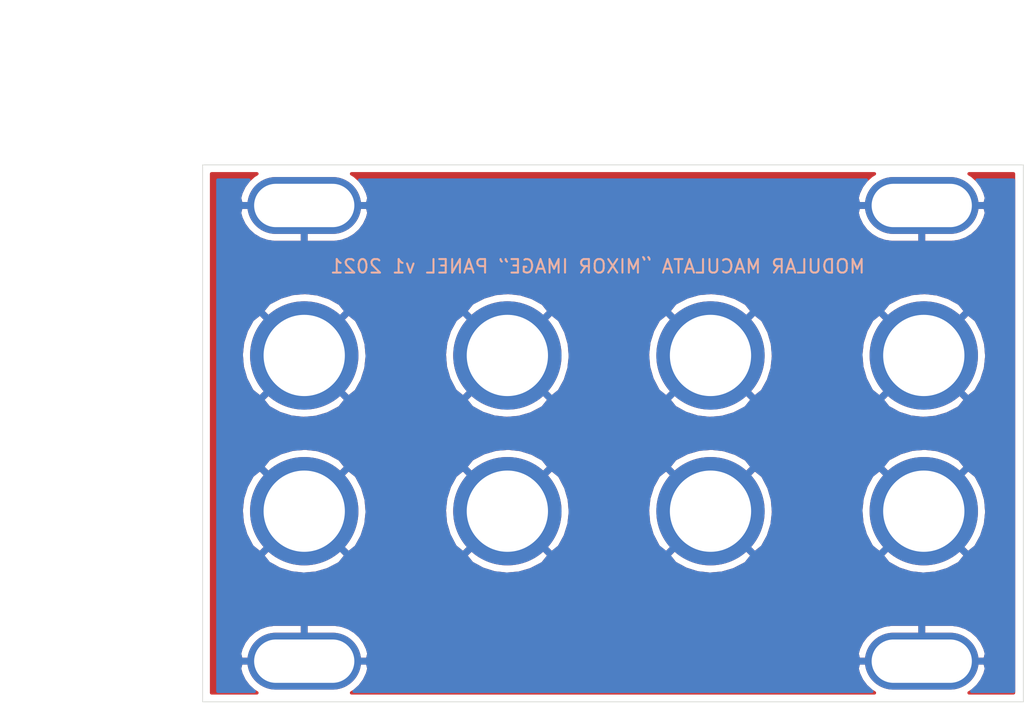
<source format=kicad_pcb>
(kicad_pcb (version 20171130) (host pcbnew "(5.1.2-1)-1")

  (general
    (thickness 1.6)
    (drawings 7)
    (tracks 0)
    (zones 0)
    (modules 12)
    (nets 2)
  )

  (page A4)
  (layers
    (0 F.Cu signal)
    (31 B.Cu signal)
    (32 B.Adhes user)
    (33 F.Adhes user)
    (34 B.Paste user)
    (35 F.Paste user)
    (36 B.SilkS user)
    (37 F.SilkS user)
    (38 B.Mask user)
    (39 F.Mask user)
    (40 Dwgs.User user)
    (41 Cmts.User user)
    (42 Eco1.User user)
    (43 Eco2.User user)
    (44 Edge.Cuts user)
    (45 Margin user)
    (46 B.CrtYd user)
    (47 F.CrtYd user)
    (48 B.Fab user hide)
    (49 F.Fab user hide)
  )

  (setup
    (last_trace_width 0.25)
    (trace_clearance 0.2)
    (zone_clearance 0.508)
    (zone_45_only no)
    (trace_min 0.2)
    (via_size 0.8)
    (via_drill 0.4)
    (via_min_size 0.4)
    (via_min_drill 0.3)
    (uvia_size 0.3)
    (uvia_drill 0.1)
    (uvias_allowed no)
    (uvia_min_size 0.2)
    (uvia_min_drill 0.1)
    (edge_width 0.05)
    (segment_width 0.2)
    (pcb_text_width 0.3)
    (pcb_text_size 1.5 1.5)
    (mod_edge_width 0.12)
    (mod_text_size 1 1)
    (mod_text_width 0.15)
    (pad_size 8 8)
    (pad_drill 6)
    (pad_to_mask_clearance 0.051)
    (solder_mask_min_width 0.25)
    (aux_axis_origin 0 0)
    (visible_elements FFFFFF7F)
    (pcbplotparams
      (layerselection 0x010f0_ffffffff)
      (usegerberextensions false)
      (usegerberattributes false)
      (usegerberadvancedattributes false)
      (creategerberjobfile false)
      (excludeedgelayer true)
      (linewidth 0.100000)
      (plotframeref false)
      (viasonmask false)
      (mode 1)
      (useauxorigin false)
      (hpglpennumber 1)
      (hpglpenspeed 20)
      (hpglpendiameter 15.000000)
      (psnegative false)
      (psa4output false)
      (plotreference true)
      (plotvalue true)
      (plotinvisibletext false)
      (padsonsilk false)
      (subtractmaskfromsilk false)
      (outputformat 1)
      (mirror false)
      (drillshape 0)
      (scaleselection 1)
      (outputdirectory "../Mixor-Image-Plain-Panel-GERBER/"))
  )

  (net 0 "")
  (net 1 GND)

  (net_class Default "This is the default net class."
    (clearance 0.2)
    (trace_width 0.25)
    (via_dia 0.8)
    (via_drill 0.4)
    (uvia_dia 0.3)
    (uvia_drill 0.1)
    (add_net GND)
  )

  (module MountingHole:MountingHole_6mm (layer F.Cu) (tedit 60CB0978) (tstamp 60CB79B5)
    (at 53.25 25.575)
    (descr "Mounting Hole 6mm, no annular")
    (tags "mounting hole 6mm no annular")
    (attr virtual)
    (fp_text reference REF** (at 0 -7) (layer F.SilkS) hide
      (effects (font (size 1 1) (thickness 0.15)))
    )
    (fp_text value MountingHole_6mm (at 0 7) (layer F.Fab) hide
      (effects (font (size 1 1) (thickness 0.15)))
    )
    (fp_circle (center 0 0) (end 6.25 0) (layer F.CrtYd) (width 0.05))
    (fp_circle (center 0 0) (end 6 0) (layer Cmts.User) (width 0.15))
    (fp_text user %R (at 0.3 0) (layer F.Fab) hide
      (effects (font (size 1 1) (thickness 0.15)))
    )
    (pad "" thru_hole circle (at 0 0) (size 8 8) (drill 6) (layers *.Cu *.Mask)
      (net 1 GND))
  )

  (module MountingHole:MountingHole_6mm (layer F.Cu) (tedit 60CB0974) (tstamp 60CB79B5)
    (at 37.5 25.575)
    (descr "Mounting Hole 6mm, no annular")
    (tags "mounting hole 6mm no annular")
    (attr virtual)
    (fp_text reference REF** (at 0 -7) (layer F.SilkS) hide
      (effects (font (size 1 1) (thickness 0.15)))
    )
    (fp_text value MountingHole_6mm (at 0 7) (layer F.Fab) hide
      (effects (font (size 1 1) (thickness 0.15)))
    )
    (fp_circle (center 0 0) (end 6.25 0) (layer F.CrtYd) (width 0.05))
    (fp_circle (center 0 0) (end 6 0) (layer Cmts.User) (width 0.15))
    (fp_text user %R (at 0.3 0) (layer F.Fab) hide
      (effects (font (size 1 1) (thickness 0.15)))
    )
    (pad "" thru_hole circle (at 0 0) (size 8 8) (drill 6) (layers *.Cu *.Mask)
      (net 1 GND))
  )

  (module MountingHole:MountingHole_6mm (layer F.Cu) (tedit 60CB0970) (tstamp 60CB7775)
    (at 22.5 25.575)
    (descr "Mounting Hole 6mm, no annular")
    (tags "mounting hole 6mm no annular")
    (attr virtual)
    (fp_text reference REF** (at 0 -7) (layer F.SilkS) hide
      (effects (font (size 1 1) (thickness 0.15)))
    )
    (fp_text value MountingHole_6mm (at 0 7) (layer F.Fab) hide
      (effects (font (size 1 1) (thickness 0.15)))
    )
    (fp_text user %R (at 0.3 0) (layer F.Fab) hide
      (effects (font (size 1 1) (thickness 0.15)))
    )
    (fp_circle (center 0 0) (end 6 0) (layer Cmts.User) (width 0.15))
    (fp_circle (center 0 0) (end 6.25 0) (layer F.CrtYd) (width 0.05))
    (pad "" thru_hole circle (at 0 0) (size 8 8) (drill 6) (layers *.Cu *.Mask)
      (net 1 GND))
  )

  (module MountingHole:MountingHole_6mm (layer F.Cu) (tedit 60CB096C) (tstamp 60CB7775)
    (at 7.5 25.575)
    (descr "Mounting Hole 6mm, no annular")
    (tags "mounting hole 6mm no annular")
    (attr virtual)
    (fp_text reference REF** (at 0 -7) (layer F.SilkS) hide
      (effects (font (size 1 1) (thickness 0.15)))
    )
    (fp_text value MountingHole_6mm (at 0 7) (layer F.Fab) hide
      (effects (font (size 1 1) (thickness 0.15)))
    )
    (fp_text user %R (at 0.3 0) (layer F.Fab) hide
      (effects (font (size 1 1) (thickness 0.15)))
    )
    (fp_circle (center 0 0) (end 6 0) (layer Cmts.User) (width 0.15))
    (fp_circle (center 0 0) (end 6.25 0) (layer F.CrtYd) (width 0.05))
    (pad "" thru_hole circle (at 0 0) (size 8 8) (drill 6) (layers *.Cu *.Mask)
      (net 1 GND))
  )

  (module MountingHole:MountingHole_6mm (layer F.Cu) (tedit 60CB0968) (tstamp 60CB7775)
    (at 53.25 14.075)
    (descr "Mounting Hole 6mm, no annular")
    (tags "mounting hole 6mm no annular")
    (attr virtual)
    (fp_text reference REF** (at 0 -7) (layer F.SilkS) hide
      (effects (font (size 1 1) (thickness 0.15)))
    )
    (fp_text value MountingHole_6mm (at 0 7) (layer F.Fab) hide
      (effects (font (size 1 1) (thickness 0.15)))
    )
    (fp_text user %R (at 0.3 0) (layer F.Fab) hide
      (effects (font (size 1 1) (thickness 0.15)))
    )
    (fp_circle (center 0 0) (end 6 0) (layer Cmts.User) (width 0.15))
    (fp_circle (center 0 0) (end 6.25 0) (layer F.CrtYd) (width 0.05))
    (pad "" thru_hole circle (at 0 0) (size 8 8) (drill 6) (layers *.Cu *.Mask)
      (net 1 GND))
  )

  (module MountingHole:MountingHole_6mm (layer F.Cu) (tedit 60CB0963) (tstamp 60CB7775)
    (at 37.5 14.075)
    (descr "Mounting Hole 6mm, no annular")
    (tags "mounting hole 6mm no annular")
    (attr virtual)
    (fp_text reference REF** (at 0 -7) (layer F.SilkS) hide
      (effects (font (size 1 1) (thickness 0.15)))
    )
    (fp_text value MountingHole_6mm (at 0 7) (layer F.Fab) hide
      (effects (font (size 1 1) (thickness 0.15)))
    )
    (fp_text user %R (at 0.3 0) (layer F.Fab) hide
      (effects (font (size 1 1) (thickness 0.15)))
    )
    (fp_circle (center 0 0) (end 6 0) (layer Cmts.User) (width 0.15))
    (fp_circle (center 0 0) (end 6.25 0) (layer F.CrtYd) (width 0.05))
    (pad "" thru_hole circle (at 0 0) (size 8 8) (drill 6) (layers *.Cu *.Mask)
      (net 1 GND))
  )

  (module MountingHole:MountingHole_6mm locked (layer F.Cu) (tedit 60CB0946) (tstamp 60CB7775)
    (at 22.5 14.075)
    (descr "Mounting Hole 6mm, no annular")
    (tags "mounting hole 6mm no annular")
    (attr virtual)
    (fp_text reference REF** (at 0 -7) (layer F.SilkS) hide
      (effects (font (size 1 1) (thickness 0.15)))
    )
    (fp_text value MountingHole_6mm (at 0 7) (layer F.Fab) hide
      (effects (font (size 1 1) (thickness 0.15)))
    )
    (fp_text user %R (at 0.3 0) (layer F.Fab) hide
      (effects (font (size 1 1) (thickness 0.15)))
    )
    (fp_circle (center 0 0) (end 6 0) (layer Cmts.User) (width 0.15))
    (fp_circle (center 0 0) (end 6.25 0) (layer F.CrtYd) (width 0.05))
    (pad "" thru_hole circle (at 0 0) (size 8 8) (drill 6) (layers *.Cu *.Mask)
      (net 1 GND))
  )

  (module MountingHole:MountingHole_6mm locked (layer F.Cu) (tedit 60CB081F) (tstamp 60CB7659)
    (at 7.5 14.075)
    (descr "Mounting Hole 6mm, no annular")
    (tags "mounting hole 6mm no annular")
    (attr virtual)
    (fp_text reference REF** (at 0 -7) (layer F.SilkS) hide
      (effects (font (size 1 1) (thickness 0.15)))
    )
    (fp_text value MountingHole_6mm (at 0 7) (layer F.Fab) hide
      (effects (font (size 1 1) (thickness 0.15)))
    )
    (fp_circle (center 0 0) (end 6.25 0) (layer F.CrtYd) (width 0.05))
    (fp_circle (center 0 0) (end 6 0) (layer Cmts.User) (width 0.15))
    (fp_text user %R (at 0.3 0) (layer F.Fab) hide
      (effects (font (size 1 1) (thickness 0.15)))
    )
    (pad "" thru_hole circle (at 0 0) (size 8 8) (drill 6) (layers *.Cu *.Mask)
      (net 1 GND))
  )

  (module MountingHole:MountingHole_3.2mm_M3 (layer F.Cu) (tedit 60CB06B0) (tstamp 60CB7438)
    (at 7.5 36.65)
    (descr "Mounting Hole 3.2mm, no annular, M3")
    (tags "mounting hole 3.2mm no annular m3")
    (attr virtual)
    (fp_text reference REF** (at 0 -4.2) (layer F.SilkS) hide
      (effects (font (size 1 1) (thickness 0.15)))
    )
    (fp_text value MountingHole_3.2mm_M3 (at 0 4.2) (layer F.Fab) hide
      (effects (font (size 1 1) (thickness 0.15)))
    )
    (fp_text user %R (at 0.3 0) (layer F.Fab) hide
      (effects (font (size 1 1) (thickness 0.15)))
    )
    (fp_circle (center 0 0) (end 3.2 0) (layer Cmts.User) (width 0.15))
    (fp_circle (center 0 0) (end 3.45 0) (layer F.CrtYd) (width 0.05))
    (pad "" thru_hole oval (at 0 0) (size 8.4 4.2) (drill oval 7.4 3.2) (layers *.Cu *.Mask)
      (net 1 GND))
  )

  (module MountingHole:MountingHole_3.2mm_M3 (layer F.Cu) (tedit 60CB06AB) (tstamp 60CB7438)
    (at 53.1 36.65)
    (descr "Mounting Hole 3.2mm, no annular, M3")
    (tags "mounting hole 3.2mm no annular m3")
    (attr virtual)
    (fp_text reference REF** (at 0 -4.2) (layer F.SilkS) hide
      (effects (font (size 1 1) (thickness 0.15)))
    )
    (fp_text value MountingHole_3.2mm_M3 (at 0 4.2) (layer F.Fab) hide
      (effects (font (size 1 1) (thickness 0.15)))
    )
    (fp_text user %R (at 0.3 0) (layer F.Fab) hide
      (effects (font (size 1 1) (thickness 0.15)))
    )
    (fp_circle (center 0 0) (end 3.2 0) (layer Cmts.User) (width 0.15))
    (fp_circle (center 0 0) (end 3.45 0) (layer F.CrtYd) (width 0.05))
    (pad "" thru_hole oval (at 0 0) (size 8.4 4.2) (drill oval 7.4 3.2) (layers *.Cu *.Mask)
      (net 1 GND))
  )

  (module MountingHole:MountingHole_3.2mm_M3 (layer F.Cu) (tedit 60CB06A5) (tstamp 60CB7438)
    (at 53.1 3)
    (descr "Mounting Hole 3.2mm, no annular, M3")
    (tags "mounting hole 3.2mm no annular m3")
    (attr virtual)
    (fp_text reference REF** (at 0 -4.2) (layer F.SilkS) hide
      (effects (font (size 1 1) (thickness 0.15)))
    )
    (fp_text value MountingHole_3.2mm_M3 (at 0 4.2) (layer F.Fab) hide
      (effects (font (size 1 1) (thickness 0.15)))
    )
    (fp_text user %R (at 0.3 0) (layer F.Fab) hide
      (effects (font (size 1 1) (thickness 0.15)))
    )
    (fp_circle (center 0 0) (end 3.2 0) (layer Cmts.User) (width 0.15))
    (fp_circle (center 0 0) (end 3.45 0) (layer F.CrtYd) (width 0.05))
    (pad "" thru_hole oval (at 0 0) (size 8.4 4.2) (drill oval 7.4 3.2) (layers *.Cu *.Mask)
      (net 1 GND))
  )

  (module MountingHole:MountingHole_3.2mm_M3 (layer F.Cu) (tedit 60CB067F) (tstamp 60CB73D4)
    (at 7.5 3)
    (descr "Mounting Hole 3.2mm, no annular, M3")
    (tags "mounting hole 3.2mm no annular m3")
    (attr virtual)
    (fp_text reference REF** (at 0 -4.2) (layer F.SilkS) hide
      (effects (font (size 1 1) (thickness 0.15)))
    )
    (fp_text value MountingHole_3.2mm_M3 (at 0 4.2) (layer F.Fab) hide
      (effects (font (size 1 1) (thickness 0.15)))
    )
    (fp_circle (center 0 0) (end 3.45 0) (layer F.CrtYd) (width 0.05))
    (fp_circle (center 0 0) (end 3.2 0) (layer Cmts.User) (width 0.15))
    (fp_text user %R (at 0.3 0) (layer F.Fab) hide
      (effects (font (size 1 1) (thickness 0.15)))
    )
    (pad "" thru_hole oval (at 0 0) (size 8.4 4.2) (drill oval 7.4 3.2) (layers *.Cu *.Mask)
      (net 1 GND))
  )

  (gr_text "MODULAR MACULATA “MIXOR IMAGE” PANEL v1 2021" (at 49 7.5) (layer B.SilkS)
    (effects (font (size 1 1) (thickness 0.15)) (justify left mirror))
  )
  (gr_line (start 60.6 0) (end 60.6 39.65) (layer Edge.Cuts) (width 0.05) (tstamp 60CB6430))
  (gr_line (start 0 0) (end 0 39.65) (layer Edge.Cuts) (width 0.05) (tstamp 60CB6439))
  (dimension 60.6 (width 0.15) (layer Dwgs.User) (tstamp 60CB6434)
    (gr_text "60.600 mm" (at 30.3 -11.475) (layer Dwgs.User) (tstamp 60CB6434)
      (effects (font (size 1 1) (thickness 0.15)))
    )
    (feature1 (pts (xy 60.6 0) (xy 60.6 -10.761421)))
    (feature2 (pts (xy 0 0) (xy 0 -10.761421)))
    (crossbar (pts (xy 0 -10.175) (xy 60.6 -10.175)))
    (arrow1a (pts (xy 60.6 -10.175) (xy 59.473496 -9.588579)))
    (arrow1b (pts (xy 60.6 -10.175) (xy 59.473496 -10.761421)))
    (arrow2a (pts (xy 0 -10.175) (xy 1.126504 -9.588579)))
    (arrow2b (pts (xy 0 -10.175) (xy 1.126504 -10.761421)))
  )
  (dimension 39.65 (width 0.15) (layer Dwgs.User) (tstamp 60CB6443)
    (gr_text "39.650 mm" (at -11.3 19.825 270) (layer Dwgs.User) (tstamp 60CB6443)
      (effects (font (size 1 1) (thickness 0.15)))
    )
    (feature1 (pts (xy 0 39.65) (xy -10.586421 39.65)))
    (feature2 (pts (xy 0 0) (xy -10.586421 0)))
    (crossbar (pts (xy -10 0) (xy -10 39.65)))
    (arrow1a (pts (xy -10 39.65) (xy -10.586421 38.523496)))
    (arrow1b (pts (xy -10 39.65) (xy -9.413579 38.523496)))
    (arrow2a (pts (xy -10 0) (xy -10.586421 1.126504)))
    (arrow2b (pts (xy -10 0) (xy -9.413579 1.126504)))
  )
  (gr_line (start 0 39.65) (end 60.6 39.65) (layer Edge.Cuts) (width 0.05) (tstamp 60CB643C))
  (gr_line (start 0 0) (end 60.6 0) (layer Edge.Cuts) (width 0.05) (tstamp 60CB643F))

  (zone (net 1) (net_name GND) (layer B.Cu) (tstamp 61137D78) (hatch edge 0.508)
    (connect_pads (clearance 0.508))
    (min_thickness 0.254)
    (fill yes (arc_segments 32) (thermal_gap 0.508) (thermal_bridge_width 0.508))
    (polygon
      (pts
        (xy 1 1) (xy 60 1) (xy 60 39) (xy 1 39)
      )
    )
    (filled_polygon
      (pts
        (xy 3.376261 1.155866) (xy 3.055374 1.586112) (xy 2.824589 2.070693) (xy 2.721453 2.447177) (xy 2.826882 2.873)
        (xy 7.373 2.873) (xy 7.373 2.853) (xy 7.627 2.853) (xy 7.627 2.873) (xy 12.173118 2.873)
        (xy 12.278547 2.447177) (xy 12.175411 2.070693) (xy 11.944626 1.586112) (xy 11.623739 1.155866) (xy 11.591718 1.127)
        (xy 49.008282 1.127) (xy 48.976261 1.155866) (xy 48.655374 1.586112) (xy 48.424589 2.070693) (xy 48.321453 2.447177)
        (xy 48.426882 2.873) (xy 52.973 2.873) (xy 52.973 2.853) (xy 53.227 2.853) (xy 53.227 2.873)
        (xy 57.773118 2.873) (xy 57.878547 2.447177) (xy 57.775411 2.070693) (xy 57.544626 1.586112) (xy 57.223739 1.155866)
        (xy 57.191718 1.127) (xy 59.873 1.127) (xy 59.873 38.873) (xy 56.792367 38.873) (xy 56.825081 38.853511)
        (xy 57.223739 38.494134) (xy 57.544626 38.063888) (xy 57.775411 37.579307) (xy 57.878547 37.202823) (xy 57.773118 36.777)
        (xy 53.227 36.777) (xy 53.227 36.797) (xy 52.973 36.797) (xy 52.973 36.777) (xy 48.426882 36.777)
        (xy 48.321453 37.202823) (xy 48.424589 37.579307) (xy 48.655374 38.063888) (xy 48.976261 38.494134) (xy 49.374919 38.853511)
        (xy 49.407633 38.873) (xy 11.192367 38.873) (xy 11.225081 38.853511) (xy 11.623739 38.494134) (xy 11.944626 38.063888)
        (xy 12.175411 37.579307) (xy 12.278547 37.202823) (xy 12.173118 36.777) (xy 7.627 36.777) (xy 7.627 36.797)
        (xy 7.373 36.797) (xy 7.373 36.777) (xy 2.826882 36.777) (xy 2.721453 37.202823) (xy 2.824589 37.579307)
        (xy 3.055374 38.063888) (xy 3.376261 38.494134) (xy 3.774919 38.853511) (xy 3.807633 38.873) (xy 1.127 38.873)
        (xy 1.127 36.097177) (xy 2.721453 36.097177) (xy 2.826882 36.523) (xy 7.373 36.523) (xy 7.373 33.915)
        (xy 7.627 33.915) (xy 7.627 36.523) (xy 12.173118 36.523) (xy 12.278547 36.097177) (xy 48.321453 36.097177)
        (xy 48.426882 36.523) (xy 52.973 36.523) (xy 52.973 33.915) (xy 53.227 33.915) (xy 53.227 36.523)
        (xy 57.773118 36.523) (xy 57.878547 36.097177) (xy 57.775411 35.720693) (xy 57.544626 35.236112) (xy 57.223739 34.805866)
        (xy 56.825081 34.446489) (xy 56.363972 34.171791) (xy 55.858132 33.992329) (xy 55.327 33.915) (xy 53.227 33.915)
        (xy 52.973 33.915) (xy 50.873 33.915) (xy 50.341868 33.992329) (xy 49.836028 34.171791) (xy 49.374919 34.446489)
        (xy 48.976261 34.805866) (xy 48.655374 35.236112) (xy 48.424589 35.720693) (xy 48.321453 36.097177) (xy 12.278547 36.097177)
        (xy 12.175411 35.720693) (xy 11.944626 35.236112) (xy 11.623739 34.805866) (xy 11.225081 34.446489) (xy 10.763972 34.171791)
        (xy 10.258132 33.992329) (xy 9.727 33.915) (xy 7.627 33.915) (xy 7.373 33.915) (xy 5.273 33.915)
        (xy 4.741868 33.992329) (xy 4.236028 34.171791) (xy 3.774919 34.446489) (xy 3.376261 34.805866) (xy 3.055374 35.236112)
        (xy 2.824589 35.720693) (xy 2.721453 36.097177) (xy 1.127 36.097177) (xy 1.127 28.84458) (xy 4.410025 28.84458)
        (xy 4.866197 29.416185) (xy 5.666183 29.856207) (xy 6.536641 30.131704) (xy 7.444121 30.232091) (xy 8.353748 30.153508)
        (xy 9.230566 29.898975) (xy 10.040879 29.478275) (xy 10.133803 29.416185) (xy 10.589975 28.84458) (xy 19.410025 28.84458)
        (xy 19.866197 29.416185) (xy 20.666183 29.856207) (xy 21.536641 30.131704) (xy 22.444121 30.232091) (xy 23.353748 30.153508)
        (xy 24.230566 29.898975) (xy 25.040879 29.478275) (xy 25.133803 29.416185) (xy 25.589975 28.84458) (xy 34.410025 28.84458)
        (xy 34.866197 29.416185) (xy 35.666183 29.856207) (xy 36.536641 30.131704) (xy 37.444121 30.232091) (xy 38.353748 30.153508)
        (xy 39.230566 29.898975) (xy 40.040879 29.478275) (xy 40.133803 29.416185) (xy 40.589975 28.84458) (xy 50.160025 28.84458)
        (xy 50.616197 29.416185) (xy 51.416183 29.856207) (xy 52.286641 30.131704) (xy 53.194121 30.232091) (xy 54.103748 30.153508)
        (xy 54.980566 29.898975) (xy 55.790879 29.478275) (xy 55.883803 29.416185) (xy 56.339975 28.84458) (xy 53.25 25.754605)
        (xy 50.160025 28.84458) (xy 40.589975 28.84458) (xy 37.5 25.754605) (xy 34.410025 28.84458) (xy 25.589975 28.84458)
        (xy 22.5 25.754605) (xy 19.410025 28.84458) (xy 10.589975 28.84458) (xy 7.5 25.754605) (xy 4.410025 28.84458)
        (xy 1.127 28.84458) (xy 1.127 25.519121) (xy 2.842909 25.519121) (xy 2.921492 26.428748) (xy 3.176025 27.305566)
        (xy 3.596725 28.115879) (xy 3.658815 28.208803) (xy 4.23042 28.664975) (xy 7.320395 25.575) (xy 7.679605 25.575)
        (xy 10.76958 28.664975) (xy 11.341185 28.208803) (xy 11.781207 27.408817) (xy 12.056704 26.538359) (xy 12.157091 25.630879)
        (xy 12.147437 25.519121) (xy 17.842909 25.519121) (xy 17.921492 26.428748) (xy 18.176025 27.305566) (xy 18.596725 28.115879)
        (xy 18.658815 28.208803) (xy 19.23042 28.664975) (xy 22.320395 25.575) (xy 22.679605 25.575) (xy 25.76958 28.664975)
        (xy 26.341185 28.208803) (xy 26.781207 27.408817) (xy 27.056704 26.538359) (xy 27.157091 25.630879) (xy 27.147437 25.519121)
        (xy 32.842909 25.519121) (xy 32.921492 26.428748) (xy 33.176025 27.305566) (xy 33.596725 28.115879) (xy 33.658815 28.208803)
        (xy 34.23042 28.664975) (xy 37.320395 25.575) (xy 37.679605 25.575) (xy 40.76958 28.664975) (xy 41.341185 28.208803)
        (xy 41.781207 27.408817) (xy 42.056704 26.538359) (xy 42.157091 25.630879) (xy 42.147437 25.519121) (xy 48.592909 25.519121)
        (xy 48.671492 26.428748) (xy 48.926025 27.305566) (xy 49.346725 28.115879) (xy 49.408815 28.208803) (xy 49.98042 28.664975)
        (xy 53.070395 25.575) (xy 53.429605 25.575) (xy 56.51958 28.664975) (xy 57.091185 28.208803) (xy 57.531207 27.408817)
        (xy 57.806704 26.538359) (xy 57.907091 25.630879) (xy 57.828508 24.721252) (xy 57.573975 23.844434) (xy 57.153275 23.034121)
        (xy 57.091185 22.941197) (xy 56.51958 22.485025) (xy 53.429605 25.575) (xy 53.070395 25.575) (xy 49.98042 22.485025)
        (xy 49.408815 22.941197) (xy 48.968793 23.741183) (xy 48.693296 24.611641) (xy 48.592909 25.519121) (xy 42.147437 25.519121)
        (xy 42.078508 24.721252) (xy 41.823975 23.844434) (xy 41.403275 23.034121) (xy 41.341185 22.941197) (xy 40.76958 22.485025)
        (xy 37.679605 25.575) (xy 37.320395 25.575) (xy 34.23042 22.485025) (xy 33.658815 22.941197) (xy 33.218793 23.741183)
        (xy 32.943296 24.611641) (xy 32.842909 25.519121) (xy 27.147437 25.519121) (xy 27.078508 24.721252) (xy 26.823975 23.844434)
        (xy 26.403275 23.034121) (xy 26.341185 22.941197) (xy 25.76958 22.485025) (xy 22.679605 25.575) (xy 22.320395 25.575)
        (xy 19.23042 22.485025) (xy 18.658815 22.941197) (xy 18.218793 23.741183) (xy 17.943296 24.611641) (xy 17.842909 25.519121)
        (xy 12.147437 25.519121) (xy 12.078508 24.721252) (xy 11.823975 23.844434) (xy 11.403275 23.034121) (xy 11.341185 22.941197)
        (xy 10.76958 22.485025) (xy 7.679605 25.575) (xy 7.320395 25.575) (xy 4.23042 22.485025) (xy 3.658815 22.941197)
        (xy 3.218793 23.741183) (xy 2.943296 24.611641) (xy 2.842909 25.519121) (xy 1.127 25.519121) (xy 1.127 22.30542)
        (xy 4.410025 22.30542) (xy 7.5 25.395395) (xy 10.589975 22.30542) (xy 19.410025 22.30542) (xy 22.5 25.395395)
        (xy 25.589975 22.30542) (xy 34.410025 22.30542) (xy 37.5 25.395395) (xy 40.589975 22.30542) (xy 50.160025 22.30542)
        (xy 53.25 25.395395) (xy 56.339975 22.30542) (xy 55.883803 21.733815) (xy 55.083817 21.293793) (xy 54.213359 21.018296)
        (xy 53.305879 20.917909) (xy 52.396252 20.996492) (xy 51.519434 21.251025) (xy 50.709121 21.671725) (xy 50.616197 21.733815)
        (xy 50.160025 22.30542) (xy 40.589975 22.30542) (xy 40.133803 21.733815) (xy 39.333817 21.293793) (xy 38.463359 21.018296)
        (xy 37.555879 20.917909) (xy 36.646252 20.996492) (xy 35.769434 21.251025) (xy 34.959121 21.671725) (xy 34.866197 21.733815)
        (xy 34.410025 22.30542) (xy 25.589975 22.30542) (xy 25.133803 21.733815) (xy 24.333817 21.293793) (xy 23.463359 21.018296)
        (xy 22.555879 20.917909) (xy 21.646252 20.996492) (xy 20.769434 21.251025) (xy 19.959121 21.671725) (xy 19.866197 21.733815)
        (xy 19.410025 22.30542) (xy 10.589975 22.30542) (xy 10.133803 21.733815) (xy 9.333817 21.293793) (xy 8.463359 21.018296)
        (xy 7.555879 20.917909) (xy 6.646252 20.996492) (xy 5.769434 21.251025) (xy 4.959121 21.671725) (xy 4.866197 21.733815)
        (xy 4.410025 22.30542) (xy 1.127 22.30542) (xy 1.127 17.34458) (xy 4.410025 17.34458) (xy 4.866197 17.916185)
        (xy 5.666183 18.356207) (xy 6.536641 18.631704) (xy 7.444121 18.732091) (xy 8.353748 18.653508) (xy 9.230566 18.398975)
        (xy 10.040879 17.978275) (xy 10.133803 17.916185) (xy 10.589975 17.34458) (xy 19.410025 17.34458) (xy 19.866197 17.916185)
        (xy 20.666183 18.356207) (xy 21.536641 18.631704) (xy 22.444121 18.732091) (xy 23.353748 18.653508) (xy 24.230566 18.398975)
        (xy 25.040879 17.978275) (xy 25.133803 17.916185) (xy 25.589975 17.34458) (xy 34.410025 17.34458) (xy 34.866197 17.916185)
        (xy 35.666183 18.356207) (xy 36.536641 18.631704) (xy 37.444121 18.732091) (xy 38.353748 18.653508) (xy 39.230566 18.398975)
        (xy 40.040879 17.978275) (xy 40.133803 17.916185) (xy 40.589975 17.34458) (xy 50.160025 17.34458) (xy 50.616197 17.916185)
        (xy 51.416183 18.356207) (xy 52.286641 18.631704) (xy 53.194121 18.732091) (xy 54.103748 18.653508) (xy 54.980566 18.398975)
        (xy 55.790879 17.978275) (xy 55.883803 17.916185) (xy 56.339975 17.34458) (xy 53.25 14.254605) (xy 50.160025 17.34458)
        (xy 40.589975 17.34458) (xy 37.5 14.254605) (xy 34.410025 17.34458) (xy 25.589975 17.34458) (xy 22.5 14.254605)
        (xy 19.410025 17.34458) (xy 10.589975 17.34458) (xy 7.5 14.254605) (xy 4.410025 17.34458) (xy 1.127 17.34458)
        (xy 1.127 14.019121) (xy 2.842909 14.019121) (xy 2.921492 14.928748) (xy 3.176025 15.805566) (xy 3.596725 16.615879)
        (xy 3.658815 16.708803) (xy 4.23042 17.164975) (xy 7.320395 14.075) (xy 7.679605 14.075) (xy 10.76958 17.164975)
        (xy 11.341185 16.708803) (xy 11.781207 15.908817) (xy 12.056704 15.038359) (xy 12.157091 14.130879) (xy 12.147437 14.019121)
        (xy 17.842909 14.019121) (xy 17.921492 14.928748) (xy 18.176025 15.805566) (xy 18.596725 16.615879) (xy 18.658815 16.708803)
        (xy 19.23042 17.164975) (xy 22.320395 14.075) (xy 22.679605 14.075) (xy 25.76958 17.164975) (xy 26.341185 16.708803)
        (xy 26.781207 15.908817) (xy 27.056704 15.038359) (xy 27.157091 14.130879) (xy 27.147437 14.019121) (xy 32.842909 14.019121)
        (xy 32.921492 14.928748) (xy 33.176025 15.805566) (xy 33.596725 16.615879) (xy 33.658815 16.708803) (xy 34.23042 17.164975)
        (xy 37.320395 14.075) (xy 37.679605 14.075) (xy 40.76958 17.164975) (xy 41.341185 16.708803) (xy 41.781207 15.908817)
        (xy 42.056704 15.038359) (xy 42.157091 14.130879) (xy 42.147437 14.019121) (xy 48.592909 14.019121) (xy 48.671492 14.928748)
        (xy 48.926025 15.805566) (xy 49.346725 16.615879) (xy 49.408815 16.708803) (xy 49.98042 17.164975) (xy 53.070395 14.075)
        (xy 53.429605 14.075) (xy 56.51958 17.164975) (xy 57.091185 16.708803) (xy 57.531207 15.908817) (xy 57.806704 15.038359)
        (xy 57.907091 14.130879) (xy 57.828508 13.221252) (xy 57.573975 12.344434) (xy 57.153275 11.534121) (xy 57.091185 11.441197)
        (xy 56.51958 10.985025) (xy 53.429605 14.075) (xy 53.070395 14.075) (xy 49.98042 10.985025) (xy 49.408815 11.441197)
        (xy 48.968793 12.241183) (xy 48.693296 13.111641) (xy 48.592909 14.019121) (xy 42.147437 14.019121) (xy 42.078508 13.221252)
        (xy 41.823975 12.344434) (xy 41.403275 11.534121) (xy 41.341185 11.441197) (xy 40.76958 10.985025) (xy 37.679605 14.075)
        (xy 37.320395 14.075) (xy 34.23042 10.985025) (xy 33.658815 11.441197) (xy 33.218793 12.241183) (xy 32.943296 13.111641)
        (xy 32.842909 14.019121) (xy 27.147437 14.019121) (xy 27.078508 13.221252) (xy 26.823975 12.344434) (xy 26.403275 11.534121)
        (xy 26.341185 11.441197) (xy 25.76958 10.985025) (xy 22.679605 14.075) (xy 22.320395 14.075) (xy 19.23042 10.985025)
        (xy 18.658815 11.441197) (xy 18.218793 12.241183) (xy 17.943296 13.111641) (xy 17.842909 14.019121) (xy 12.147437 14.019121)
        (xy 12.078508 13.221252) (xy 11.823975 12.344434) (xy 11.403275 11.534121) (xy 11.341185 11.441197) (xy 10.76958 10.985025)
        (xy 7.679605 14.075) (xy 7.320395 14.075) (xy 4.23042 10.985025) (xy 3.658815 11.441197) (xy 3.218793 12.241183)
        (xy 2.943296 13.111641) (xy 2.842909 14.019121) (xy 1.127 14.019121) (xy 1.127 10.80542) (xy 4.410025 10.80542)
        (xy 7.5 13.895395) (xy 10.589975 10.80542) (xy 19.410025 10.80542) (xy 22.5 13.895395) (xy 25.589975 10.80542)
        (xy 34.410025 10.80542) (xy 37.5 13.895395) (xy 40.589975 10.80542) (xy 50.160025 10.80542) (xy 53.25 13.895395)
        (xy 56.339975 10.80542) (xy 55.883803 10.233815) (xy 55.083817 9.793793) (xy 54.213359 9.518296) (xy 53.305879 9.417909)
        (xy 52.396252 9.496492) (xy 51.519434 9.751025) (xy 50.709121 10.171725) (xy 50.616197 10.233815) (xy 50.160025 10.80542)
        (xy 40.589975 10.80542) (xy 40.133803 10.233815) (xy 39.333817 9.793793) (xy 38.463359 9.518296) (xy 37.555879 9.417909)
        (xy 36.646252 9.496492) (xy 35.769434 9.751025) (xy 34.959121 10.171725) (xy 34.866197 10.233815) (xy 34.410025 10.80542)
        (xy 25.589975 10.80542) (xy 25.133803 10.233815) (xy 24.333817 9.793793) (xy 23.463359 9.518296) (xy 22.555879 9.417909)
        (xy 21.646252 9.496492) (xy 20.769434 9.751025) (xy 19.959121 10.171725) (xy 19.866197 10.233815) (xy 19.410025 10.80542)
        (xy 10.589975 10.80542) (xy 10.133803 10.233815) (xy 9.333817 9.793793) (xy 8.463359 9.518296) (xy 7.555879 9.417909)
        (xy 6.646252 9.496492) (xy 5.769434 9.751025) (xy 4.959121 10.171725) (xy 4.866197 10.233815) (xy 4.410025 10.80542)
        (xy 1.127 10.80542) (xy 1.127 3.552823) (xy 2.721453 3.552823) (xy 2.824589 3.929307) (xy 3.055374 4.413888)
        (xy 3.376261 4.844134) (xy 3.774919 5.203511) (xy 4.236028 5.478209) (xy 4.741868 5.657671) (xy 5.273 5.735)
        (xy 7.373 5.735) (xy 7.373 3.127) (xy 7.627 3.127) (xy 7.627 5.735) (xy 9.727 5.735)
        (xy 10.258132 5.657671) (xy 10.763972 5.478209) (xy 11.225081 5.203511) (xy 11.623739 4.844134) (xy 11.944626 4.413888)
        (xy 12.175411 3.929307) (xy 12.278547 3.552823) (xy 48.321453 3.552823) (xy 48.424589 3.929307) (xy 48.655374 4.413888)
        (xy 48.976261 4.844134) (xy 49.374919 5.203511) (xy 49.836028 5.478209) (xy 50.341868 5.657671) (xy 50.873 5.735)
        (xy 52.973 5.735) (xy 52.973 3.127) (xy 53.227 3.127) (xy 53.227 5.735) (xy 55.327 5.735)
        (xy 55.858132 5.657671) (xy 56.363972 5.478209) (xy 56.825081 5.203511) (xy 57.223739 4.844134) (xy 57.544626 4.413888)
        (xy 57.775411 3.929307) (xy 57.878547 3.552823) (xy 57.773118 3.127) (xy 53.227 3.127) (xy 52.973 3.127)
        (xy 48.426882 3.127) (xy 48.321453 3.552823) (xy 12.278547 3.552823) (xy 12.173118 3.127) (xy 7.627 3.127)
        (xy 7.373 3.127) (xy 2.826882 3.127) (xy 2.721453 3.552823) (xy 1.127 3.552823) (xy 1.127 1.127)
        (xy 3.408282 1.127)
      )
    )
  )
  (zone (net 1) (net_name GND) (layer F.Cu) (tstamp 61137D75) (hatch edge 0.508)
    (connect_pads (clearance 0.508))
    (min_thickness 0.254)
    (fill yes (arc_segments 32) (thermal_gap 0.508) (thermal_bridge_width 0.508))
    (polygon
      (pts
        (xy 0.5 0.5) (xy 60 0.5) (xy 60 39.25) (xy 0.5 39.25)
      )
    )
    (filled_polygon
      (pts
        (xy 3.774919 0.796489) (xy 3.376261 1.155866) (xy 3.055374 1.586112) (xy 2.824589 2.070693) (xy 2.721453 2.447177)
        (xy 2.826882 2.873) (xy 7.373 2.873) (xy 7.373 2.853) (xy 7.627 2.853) (xy 7.627 2.873)
        (xy 12.173118 2.873) (xy 12.278547 2.447177) (xy 12.175411 2.070693) (xy 11.944626 1.586112) (xy 11.623739 1.155866)
        (xy 11.225081 0.796489) (xy 10.99597 0.66) (xy 49.60403 0.66) (xy 49.374919 0.796489) (xy 48.976261 1.155866)
        (xy 48.655374 1.586112) (xy 48.424589 2.070693) (xy 48.321453 2.447177) (xy 48.426882 2.873) (xy 52.973 2.873)
        (xy 52.973 2.853) (xy 53.227 2.853) (xy 53.227 2.873) (xy 57.773118 2.873) (xy 57.878547 2.447177)
        (xy 57.775411 2.070693) (xy 57.544626 1.586112) (xy 57.223739 1.155866) (xy 56.825081 0.796489) (xy 56.59597 0.66)
        (xy 59.873 0.66) (xy 59.873 38.99) (xy 56.59597 38.99) (xy 56.825081 38.853511) (xy 57.223739 38.494134)
        (xy 57.544626 38.063888) (xy 57.775411 37.579307) (xy 57.878547 37.202823) (xy 57.773118 36.777) (xy 53.227 36.777)
        (xy 53.227 36.797) (xy 52.973 36.797) (xy 52.973 36.777) (xy 48.426882 36.777) (xy 48.321453 37.202823)
        (xy 48.424589 37.579307) (xy 48.655374 38.063888) (xy 48.976261 38.494134) (xy 49.374919 38.853511) (xy 49.60403 38.99)
        (xy 10.99597 38.99) (xy 11.225081 38.853511) (xy 11.623739 38.494134) (xy 11.944626 38.063888) (xy 12.175411 37.579307)
        (xy 12.278547 37.202823) (xy 12.173118 36.777) (xy 7.627 36.777) (xy 7.627 36.797) (xy 7.373 36.797)
        (xy 7.373 36.777) (xy 2.826882 36.777) (xy 2.721453 37.202823) (xy 2.824589 37.579307) (xy 3.055374 38.063888)
        (xy 3.376261 38.494134) (xy 3.774919 38.853511) (xy 4.00403 38.99) (xy 0.66 38.99) (xy 0.66 36.097177)
        (xy 2.721453 36.097177) (xy 2.826882 36.523) (xy 7.373 36.523) (xy 7.373 33.915) (xy 7.627 33.915)
        (xy 7.627 36.523) (xy 12.173118 36.523) (xy 12.278547 36.097177) (xy 48.321453 36.097177) (xy 48.426882 36.523)
        (xy 52.973 36.523) (xy 52.973 33.915) (xy 53.227 33.915) (xy 53.227 36.523) (xy 57.773118 36.523)
        (xy 57.878547 36.097177) (xy 57.775411 35.720693) (xy 57.544626 35.236112) (xy 57.223739 34.805866) (xy 56.825081 34.446489)
        (xy 56.363972 34.171791) (xy 55.858132 33.992329) (xy 55.327 33.915) (xy 53.227 33.915) (xy 52.973 33.915)
        (xy 50.873 33.915) (xy 50.341868 33.992329) (xy 49.836028 34.171791) (xy 49.374919 34.446489) (xy 48.976261 34.805866)
        (xy 48.655374 35.236112) (xy 48.424589 35.720693) (xy 48.321453 36.097177) (xy 12.278547 36.097177) (xy 12.175411 35.720693)
        (xy 11.944626 35.236112) (xy 11.623739 34.805866) (xy 11.225081 34.446489) (xy 10.763972 34.171791) (xy 10.258132 33.992329)
        (xy 9.727 33.915) (xy 7.627 33.915) (xy 7.373 33.915) (xy 5.273 33.915) (xy 4.741868 33.992329)
        (xy 4.236028 34.171791) (xy 3.774919 34.446489) (xy 3.376261 34.805866) (xy 3.055374 35.236112) (xy 2.824589 35.720693)
        (xy 2.721453 36.097177) (xy 0.66 36.097177) (xy 0.66 28.84458) (xy 4.410025 28.84458) (xy 4.866197 29.416185)
        (xy 5.666183 29.856207) (xy 6.536641 30.131704) (xy 7.444121 30.232091) (xy 8.353748 30.153508) (xy 9.230566 29.898975)
        (xy 10.040879 29.478275) (xy 10.133803 29.416185) (xy 10.589975 28.84458) (xy 19.410025 28.84458) (xy 19.866197 29.416185)
        (xy 20.666183 29.856207) (xy 21.536641 30.131704) (xy 22.444121 30.232091) (xy 23.353748 30.153508) (xy 24.230566 29.898975)
        (xy 25.040879 29.478275) (xy 25.133803 29.416185) (xy 25.589975 28.84458) (xy 34.410025 28.84458) (xy 34.866197 29.416185)
        (xy 35.666183 29.856207) (xy 36.536641 30.131704) (xy 37.444121 30.232091) (xy 38.353748 30.153508) (xy 39.230566 29.898975)
        (xy 40.040879 29.478275) (xy 40.133803 29.416185) (xy 40.589975 28.84458) (xy 50.160025 28.84458) (xy 50.616197 29.416185)
        (xy 51.416183 29.856207) (xy 52.286641 30.131704) (xy 53.194121 30.232091) (xy 54.103748 30.153508) (xy 54.980566 29.898975)
        (xy 55.790879 29.478275) (xy 55.883803 29.416185) (xy 56.339975 28.84458) (xy 53.25 25.754605) (xy 50.160025 28.84458)
        (xy 40.589975 28.84458) (xy 37.5 25.754605) (xy 34.410025 28.84458) (xy 25.589975 28.84458) (xy 22.5 25.754605)
        (xy 19.410025 28.84458) (xy 10.589975 28.84458) (xy 7.5 25.754605) (xy 4.410025 28.84458) (xy 0.66 28.84458)
        (xy 0.66 25.519121) (xy 2.842909 25.519121) (xy 2.921492 26.428748) (xy 3.176025 27.305566) (xy 3.596725 28.115879)
        (xy 3.658815 28.208803) (xy 4.23042 28.664975) (xy 7.320395 25.575) (xy 7.679605 25.575) (xy 10.76958 28.664975)
        (xy 11.341185 28.208803) (xy 11.781207 27.408817) (xy 12.056704 26.538359) (xy 12.157091 25.630879) (xy 12.147437 25.519121)
        (xy 17.842909 25.519121) (xy 17.921492 26.428748) (xy 18.176025 27.305566) (xy 18.596725 28.115879) (xy 18.658815 28.208803)
        (xy 19.23042 28.664975) (xy 22.320395 25.575) (xy 22.679605 25.575) (xy 25.76958 28.664975) (xy 26.341185 28.208803)
        (xy 26.781207 27.408817) (xy 27.056704 26.538359) (xy 27.157091 25.630879) (xy 27.147437 25.519121) (xy 32.842909 25.519121)
        (xy 32.921492 26.428748) (xy 33.176025 27.305566) (xy 33.596725 28.115879) (xy 33.658815 28.208803) (xy 34.23042 28.664975)
        (xy 37.320395 25.575) (xy 37.679605 25.575) (xy 40.76958 28.664975) (xy 41.341185 28.208803) (xy 41.781207 27.408817)
        (xy 42.056704 26.538359) (xy 42.157091 25.630879) (xy 42.147437 25.519121) (xy 48.592909 25.519121) (xy 48.671492 26.428748)
        (xy 48.926025 27.305566) (xy 49.346725 28.115879) (xy 49.408815 28.208803) (xy 49.98042 28.664975) (xy 53.070395 25.575)
        (xy 53.429605 25.575) (xy 56.51958 28.664975) (xy 57.091185 28.208803) (xy 57.531207 27.408817) (xy 57.806704 26.538359)
        (xy 57.907091 25.630879) (xy 57.828508 24.721252) (xy 57.573975 23.844434) (xy 57.153275 23.034121) (xy 57.091185 22.941197)
        (xy 56.51958 22.485025) (xy 53.429605 25.575) (xy 53.070395 25.575) (xy 49.98042 22.485025) (xy 49.408815 22.941197)
        (xy 48.968793 23.741183) (xy 48.693296 24.611641) (xy 48.592909 25.519121) (xy 42.147437 25.519121) (xy 42.078508 24.721252)
        (xy 41.823975 23.844434) (xy 41.403275 23.034121) (xy 41.341185 22.941197) (xy 40.76958 22.485025) (xy 37.679605 25.575)
        (xy 37.320395 25.575) (xy 34.23042 22.485025) (xy 33.658815 22.941197) (xy 33.218793 23.741183) (xy 32.943296 24.611641)
        (xy 32.842909 25.519121) (xy 27.147437 25.519121) (xy 27.078508 24.721252) (xy 26.823975 23.844434) (xy 26.403275 23.034121)
        (xy 26.341185 22.941197) (xy 25.76958 22.485025) (xy 22.679605 25.575) (xy 22.320395 25.575) (xy 19.23042 22.485025)
        (xy 18.658815 22.941197) (xy 18.218793 23.741183) (xy 17.943296 24.611641) (xy 17.842909 25.519121) (xy 12.147437 25.519121)
        (xy 12.078508 24.721252) (xy 11.823975 23.844434) (xy 11.403275 23.034121) (xy 11.341185 22.941197) (xy 10.76958 22.485025)
        (xy 7.679605 25.575) (xy 7.320395 25.575) (xy 4.23042 22.485025) (xy 3.658815 22.941197) (xy 3.218793 23.741183)
        (xy 2.943296 24.611641) (xy 2.842909 25.519121) (xy 0.66 25.519121) (xy 0.66 22.30542) (xy 4.410025 22.30542)
        (xy 7.5 25.395395) (xy 10.589975 22.30542) (xy 19.410025 22.30542) (xy 22.5 25.395395) (xy 25.589975 22.30542)
        (xy 34.410025 22.30542) (xy 37.5 25.395395) (xy 40.589975 22.30542) (xy 50.160025 22.30542) (xy 53.25 25.395395)
        (xy 56.339975 22.30542) (xy 55.883803 21.733815) (xy 55.083817 21.293793) (xy 54.213359 21.018296) (xy 53.305879 20.917909)
        (xy 52.396252 20.996492) (xy 51.519434 21.251025) (xy 50.709121 21.671725) (xy 50.616197 21.733815) (xy 50.160025 22.30542)
        (xy 40.589975 22.30542) (xy 40.133803 21.733815) (xy 39.333817 21.293793) (xy 38.463359 21.018296) (xy 37.555879 20.917909)
        (xy 36.646252 20.996492) (xy 35.769434 21.251025) (xy 34.959121 21.671725) (xy 34.866197 21.733815) (xy 34.410025 22.30542)
        (xy 25.589975 22.30542) (xy 25.133803 21.733815) (xy 24.333817 21.293793) (xy 23.463359 21.018296) (xy 22.555879 20.917909)
        (xy 21.646252 20.996492) (xy 20.769434 21.251025) (xy 19.959121 21.671725) (xy 19.866197 21.733815) (xy 19.410025 22.30542)
        (xy 10.589975 22.30542) (xy 10.133803 21.733815) (xy 9.333817 21.293793) (xy 8.463359 21.018296) (xy 7.555879 20.917909)
        (xy 6.646252 20.996492) (xy 5.769434 21.251025) (xy 4.959121 21.671725) (xy 4.866197 21.733815) (xy 4.410025 22.30542)
        (xy 0.66 22.30542) (xy 0.66 17.34458) (xy 4.410025 17.34458) (xy 4.866197 17.916185) (xy 5.666183 18.356207)
        (xy 6.536641 18.631704) (xy 7.444121 18.732091) (xy 8.353748 18.653508) (xy 9.230566 18.398975) (xy 10.040879 17.978275)
        (xy 10.133803 17.916185) (xy 10.589975 17.34458) (xy 19.410025 17.34458) (xy 19.866197 17.916185) (xy 20.666183 18.356207)
        (xy 21.536641 18.631704) (xy 22.444121 18.732091) (xy 23.353748 18.653508) (xy 24.230566 18.398975) (xy 25.040879 17.978275)
        (xy 25.133803 17.916185) (xy 25.589975 17.34458) (xy 34.410025 17.34458) (xy 34.866197 17.916185) (xy 35.666183 18.356207)
        (xy 36.536641 18.631704) (xy 37.444121 18.732091) (xy 38.353748 18.653508) (xy 39.230566 18.398975) (xy 40.040879 17.978275)
        (xy 40.133803 17.916185) (xy 40.589975 17.34458) (xy 50.160025 17.34458) (xy 50.616197 17.916185) (xy 51.416183 18.356207)
        (xy 52.286641 18.631704) (xy 53.194121 18.732091) (xy 54.103748 18.653508) (xy 54.980566 18.398975) (xy 55.790879 17.978275)
        (xy 55.883803 17.916185) (xy 56.339975 17.34458) (xy 53.25 14.254605) (xy 50.160025 17.34458) (xy 40.589975 17.34458)
        (xy 37.5 14.254605) (xy 34.410025 17.34458) (xy 25.589975 17.34458) (xy 22.5 14.254605) (xy 19.410025 17.34458)
        (xy 10.589975 17.34458) (xy 7.5 14.254605) (xy 4.410025 17.34458) (xy 0.66 17.34458) (xy 0.66 14.019121)
        (xy 2.842909 14.019121) (xy 2.921492 14.928748) (xy 3.176025 15.805566) (xy 3.596725 16.615879) (xy 3.658815 16.708803)
        (xy 4.23042 17.164975) (xy 7.320395 14.075) (xy 7.679605 14.075) (xy 10.76958 17.164975) (xy 11.341185 16.708803)
        (xy 11.781207 15.908817) (xy 12.056704 15.038359) (xy 12.157091 14.130879) (xy 12.147437 14.019121) (xy 17.842909 14.019121)
        (xy 17.921492 14.928748) (xy 18.176025 15.805566) (xy 18.596725 16.615879) (xy 18.658815 16.708803) (xy 19.23042 17.164975)
        (xy 22.320395 14.075) (xy 22.679605 14.075) (xy 25.76958 17.164975) (xy 26.341185 16.708803) (xy 26.781207 15.908817)
        (xy 27.056704 15.038359) (xy 27.157091 14.130879) (xy 27.147437 14.019121) (xy 32.842909 14.019121) (xy 32.921492 14.928748)
        (xy 33.176025 15.805566) (xy 33.596725 16.615879) (xy 33.658815 16.708803) (xy 34.23042 17.164975) (xy 37.320395 14.075)
        (xy 37.679605 14.075) (xy 40.76958 17.164975) (xy 41.341185 16.708803) (xy 41.781207 15.908817) (xy 42.056704 15.038359)
        (xy 42.157091 14.130879) (xy 42.147437 14.019121) (xy 48.592909 14.019121) (xy 48.671492 14.928748) (xy 48.926025 15.805566)
        (xy 49.346725 16.615879) (xy 49.408815 16.708803) (xy 49.98042 17.164975) (xy 53.070395 14.075) (xy 53.429605 14.075)
        (xy 56.51958 17.164975) (xy 57.091185 16.708803) (xy 57.531207 15.908817) (xy 57.806704 15.038359) (xy 57.907091 14.130879)
        (xy 57.828508 13.221252) (xy 57.573975 12.344434) (xy 57.153275 11.534121) (xy 57.091185 11.441197) (xy 56.51958 10.985025)
        (xy 53.429605 14.075) (xy 53.070395 14.075) (xy 49.98042 10.985025) (xy 49.408815 11.441197) (xy 48.968793 12.241183)
        (xy 48.693296 13.111641) (xy 48.592909 14.019121) (xy 42.147437 14.019121) (xy 42.078508 13.221252) (xy 41.823975 12.344434)
        (xy 41.403275 11.534121) (xy 41.341185 11.441197) (xy 40.76958 10.985025) (xy 37.679605 14.075) (xy 37.320395 14.075)
        (xy 34.23042 10.985025) (xy 33.658815 11.441197) (xy 33.218793 12.241183) (xy 32.943296 13.111641) (xy 32.842909 14.019121)
        (xy 27.147437 14.019121) (xy 27.078508 13.221252) (xy 26.823975 12.344434) (xy 26.403275 11.534121) (xy 26.341185 11.441197)
        (xy 25.76958 10.985025) (xy 22.679605 14.075) (xy 22.320395 14.075) (xy 19.23042 10.985025) (xy 18.658815 11.441197)
        (xy 18.218793 12.241183) (xy 17.943296 13.111641) (xy 17.842909 14.019121) (xy 12.147437 14.019121) (xy 12.078508 13.221252)
        (xy 11.823975 12.344434) (xy 11.403275 11.534121) (xy 11.341185 11.441197) (xy 10.76958 10.985025) (xy 7.679605 14.075)
        (xy 7.320395 14.075) (xy 4.23042 10.985025) (xy 3.658815 11.441197) (xy 3.218793 12.241183) (xy 2.943296 13.111641)
        (xy 2.842909 14.019121) (xy 0.66 14.019121) (xy 0.66 10.80542) (xy 4.410025 10.80542) (xy 7.5 13.895395)
        (xy 10.589975 10.80542) (xy 19.410025 10.80542) (xy 22.5 13.895395) (xy 25.589975 10.80542) (xy 34.410025 10.80542)
        (xy 37.5 13.895395) (xy 40.589975 10.80542) (xy 50.160025 10.80542) (xy 53.25 13.895395) (xy 56.339975 10.80542)
        (xy 55.883803 10.233815) (xy 55.083817 9.793793) (xy 54.213359 9.518296) (xy 53.305879 9.417909) (xy 52.396252 9.496492)
        (xy 51.519434 9.751025) (xy 50.709121 10.171725) (xy 50.616197 10.233815) (xy 50.160025 10.80542) (xy 40.589975 10.80542)
        (xy 40.133803 10.233815) (xy 39.333817 9.793793) (xy 38.463359 9.518296) (xy 37.555879 9.417909) (xy 36.646252 9.496492)
        (xy 35.769434 9.751025) (xy 34.959121 10.171725) (xy 34.866197 10.233815) (xy 34.410025 10.80542) (xy 25.589975 10.80542)
        (xy 25.133803 10.233815) (xy 24.333817 9.793793) (xy 23.463359 9.518296) (xy 22.555879 9.417909) (xy 21.646252 9.496492)
        (xy 20.769434 9.751025) (xy 19.959121 10.171725) (xy 19.866197 10.233815) (xy 19.410025 10.80542) (xy 10.589975 10.80542)
        (xy 10.133803 10.233815) (xy 9.333817 9.793793) (xy 8.463359 9.518296) (xy 7.555879 9.417909) (xy 6.646252 9.496492)
        (xy 5.769434 9.751025) (xy 4.959121 10.171725) (xy 4.866197 10.233815) (xy 4.410025 10.80542) (xy 0.66 10.80542)
        (xy 0.66 3.552823) (xy 2.721453 3.552823) (xy 2.824589 3.929307) (xy 3.055374 4.413888) (xy 3.376261 4.844134)
        (xy 3.774919 5.203511) (xy 4.236028 5.478209) (xy 4.741868 5.657671) (xy 5.273 5.735) (xy 7.373 5.735)
        (xy 7.373 3.127) (xy 7.627 3.127) (xy 7.627 5.735) (xy 9.727 5.735) (xy 10.258132 5.657671)
        (xy 10.763972 5.478209) (xy 11.225081 5.203511) (xy 11.623739 4.844134) (xy 11.944626 4.413888) (xy 12.175411 3.929307)
        (xy 12.278547 3.552823) (xy 48.321453 3.552823) (xy 48.424589 3.929307) (xy 48.655374 4.413888) (xy 48.976261 4.844134)
        (xy 49.374919 5.203511) (xy 49.836028 5.478209) (xy 50.341868 5.657671) (xy 50.873 5.735) (xy 52.973 5.735)
        (xy 52.973 3.127) (xy 53.227 3.127) (xy 53.227 5.735) (xy 55.327 5.735) (xy 55.858132 5.657671)
        (xy 56.363972 5.478209) (xy 56.825081 5.203511) (xy 57.223739 4.844134) (xy 57.544626 4.413888) (xy 57.775411 3.929307)
        (xy 57.878547 3.552823) (xy 57.773118 3.127) (xy 53.227 3.127) (xy 52.973 3.127) (xy 48.426882 3.127)
        (xy 48.321453 3.552823) (xy 12.278547 3.552823) (xy 12.173118 3.127) (xy 7.627 3.127) (xy 7.373 3.127)
        (xy 2.826882 3.127) (xy 2.721453 3.552823) (xy 0.66 3.552823) (xy 0.66 0.66) (xy 4.00403 0.66)
      )
    )
  )
)

</source>
